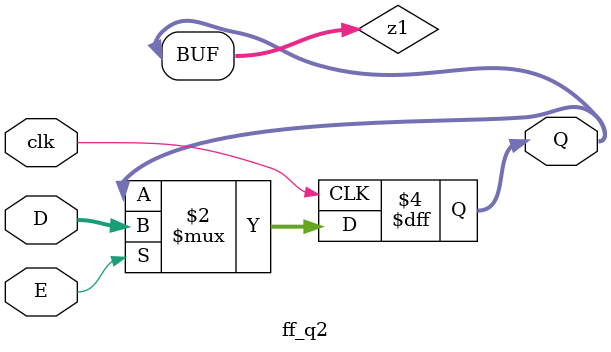
<source format=v>
module ff_q2 (D,Q,clk,E);
parameter ADD_SIZE = 10 ;
input clk,E ;
input [ADD_SIZE-1:0] D ;
output reg [ADD_SIZE-1:0] Q ;
always @(posedge clk) begin
	if (E) begin
		Q <= D ;
	end
end
wire [ADD_SIZE-1:0] z1 ;
assign z1 = Q ;
endmodule











</source>
